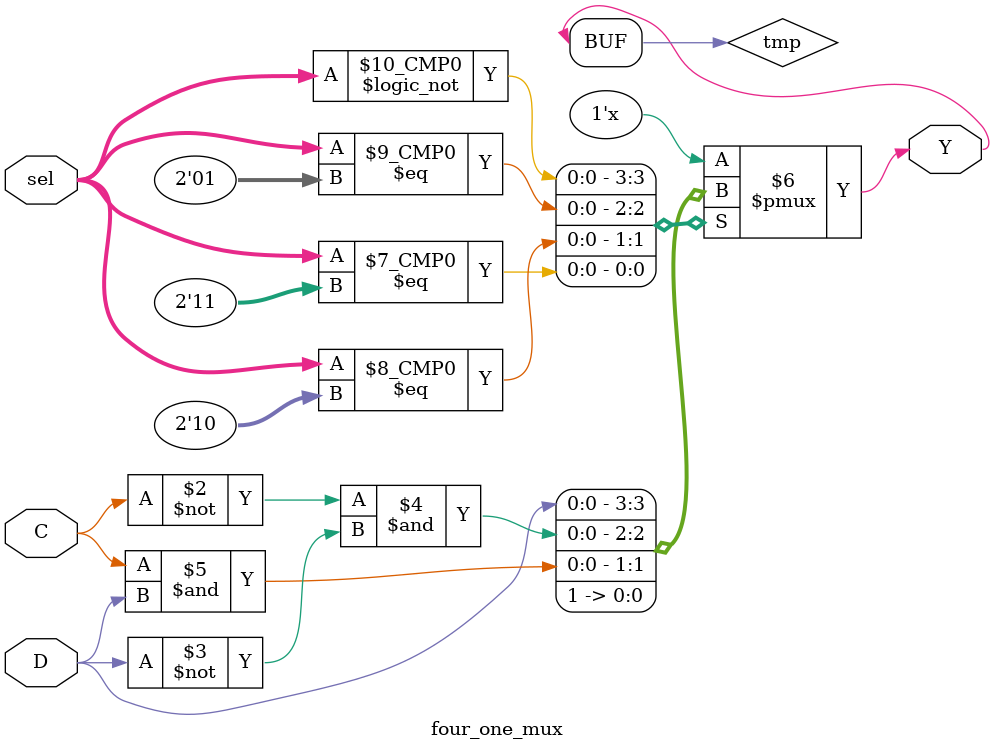
<source format=v>
`timescale 1ns / 1ps



module four_one_mux  ( 
    input C,D,
    input [1:0] sel,
    output Y
);
reg tmp;
always @(sel) 
begin 
case (sel)
2'b00: tmp <= D;
2'b01: tmp <= (~C & ~D);
2'b10: tmp <= (C & D);
2'b11: tmp <= 1; 
default: tmp <= 1'b0; 
endcase
end
assign Y = tmp;    
                
endmodule


</source>
